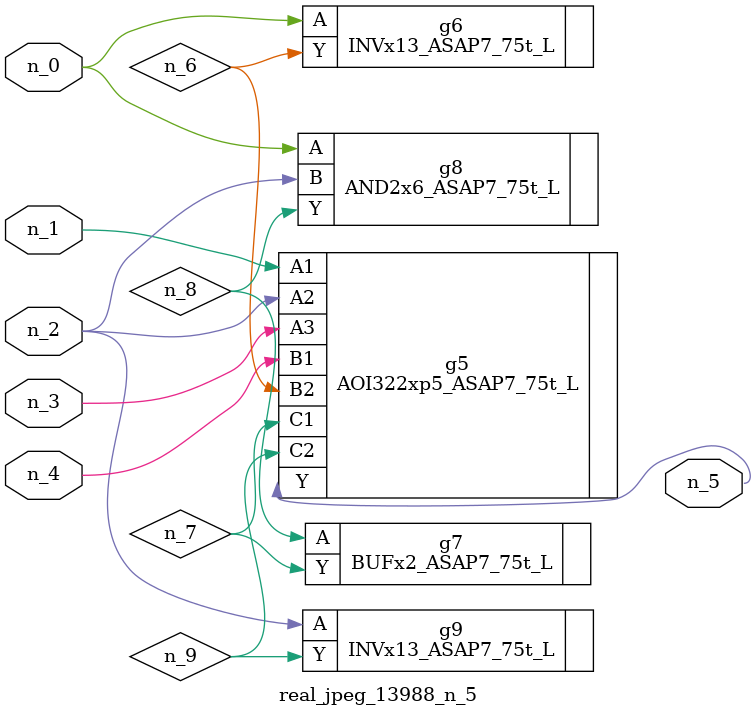
<source format=v>
module real_jpeg_13988_n_5 (n_4, n_0, n_1, n_2, n_3, n_5);

input n_4;
input n_0;
input n_1;
input n_2;
input n_3;

output n_5;

wire n_8;
wire n_6;
wire n_7;
wire n_9;

INVx13_ASAP7_75t_L g6 ( 
.A(n_0),
.Y(n_6)
);

AND2x6_ASAP7_75t_L g8 ( 
.A(n_0),
.B(n_2),
.Y(n_8)
);

AOI322xp5_ASAP7_75t_L g5 ( 
.A1(n_1),
.A2(n_2),
.A3(n_3),
.B1(n_4),
.B2(n_6),
.C1(n_7),
.C2(n_9),
.Y(n_5)
);

INVx13_ASAP7_75t_L g9 ( 
.A(n_2),
.Y(n_9)
);

BUFx2_ASAP7_75t_L g7 ( 
.A(n_8),
.Y(n_7)
);


endmodule
</source>
